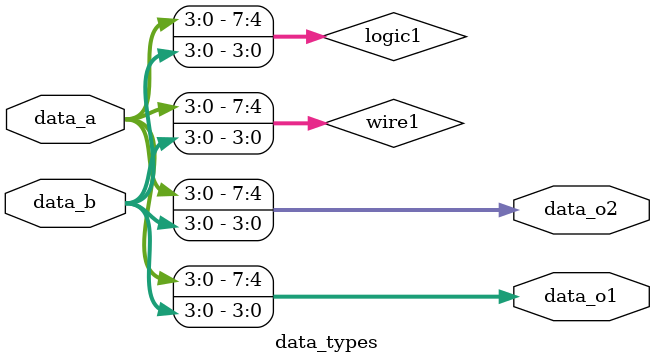
<source format=sv>
`timescale 1ns / 1ps

module data_types
    #(
         parameter INPUT_WIDTH = 4,
         parameter OUTPUT_WIDTH = INPUT_WIDTH*2
     )
     (
         input logic [INPUT_WIDTH-1 : 0] data_a, // explicitly
         input  logic[INPUT_WIDTH-1 : 0] data_b,
         output logic  [OUTPUT_WIDTH-1 : 0] data_o1,
         output logic [OUTPUT_WIDTH-1 : 0] data_o2
     );

    // logic

    wire [OUTPUT_WIDTH-1:0] wire1 = {data_a, data_b};

    logic [OUTPUT_WIDTH-1:0] logic1;
    assign logic1 = {data_a, data_b};


    always @(data_a, data_b) // always @(*) // always_comb
    begin
        data_o1 = {data_a, data_b};
    end

    assign data_o2 = {data_a, data_b};
endmodule

</source>
